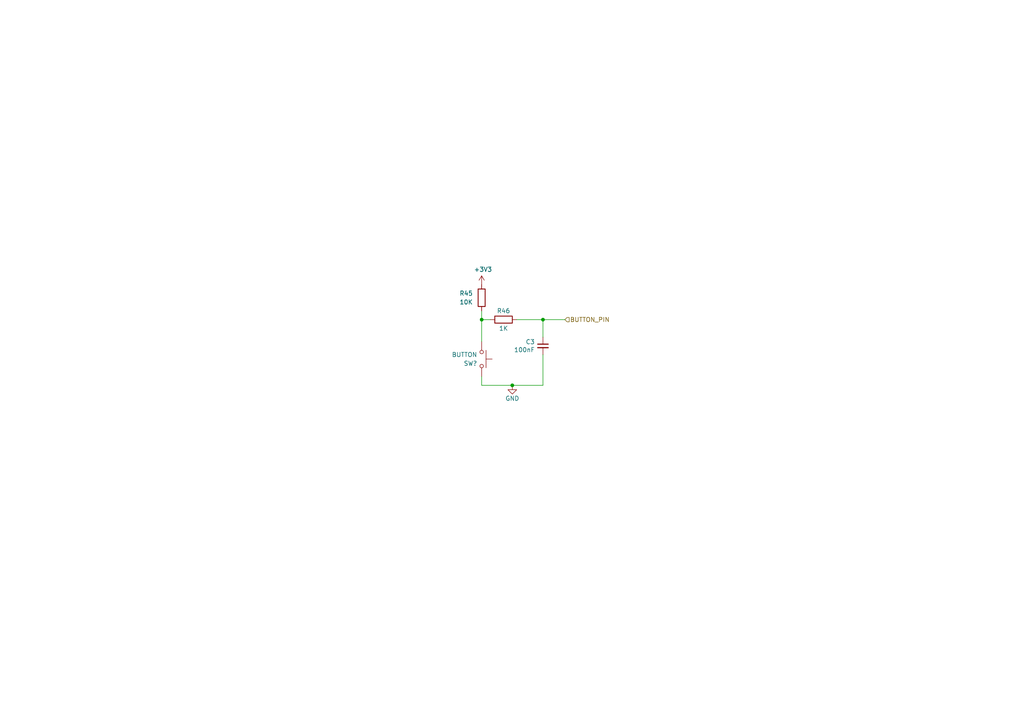
<source format=kicad_sch>
(kicad_sch (version 20231120) (generator "eeschema") (generator_version "8.0")
  (paper "A4")
  (title_block (title "KLST_TINY") (date "2021-05-01") (rev "0.2"))
  (lib_symbols
    (symbol "Device:C_Small" (pin_numbers hide) (pin_names (offset 0.254) hide)
      (property "Reference" "C" (at 0.254 1.778 0))
      (property "Value" "C_Small" (at 0.254 -2.032 0))
      (symbol "C_Small_0_1"
        (polyline (pts (xy -1.524 -0.508) (xy 1.524 -0.508)) (stroke (width 0.3302)))
        (polyline (pts (xy -1.524 0.508) (xy 1.524 0.508)) (stroke (width 0.3048)))
      )
      (symbol "C_Small_1_1"
        (pin passive line (at 0 2.54 270) (length 2.032) (name "~") (number "1"))
        (pin passive line (at 0 -2.54 90) (length 2.032) (name "~") (number "2"))
      )
    )
    (symbol "Device:R" (pin_numbers hide) (pin_names (offset 0))
      (property "Reference" "R" (at 2.032 0 90))
      (property "Value" "R" (at 0 0 90))
      (symbol "R_0_1"
        (rectangle (start -1.016 -2.54) (end 1.016 2.54) (stroke (width 0.254)))
      )
      (symbol "R_1_1"
        (pin passive line (at 0 3.81 270) (length 1.27) (name "~") (number "1"))
        (pin passive line (at 0 -3.81 90) (length 1.27) (name "~") (number "2"))
      )
    )
    (symbol "KLST_TINY-rescue:+3V3-power" (power) (pin_names (offset 0))
      (property "Value" "power_+3V3" (at 0 3.556 0))
      (symbol "+3V3-power_0_1"
        (polyline (pts (xy -0.762 1.27) (xy 0 2.54)))
        (polyline (pts (xy 0 0) (xy 0 2.54)))
        (polyline (pts (xy 0 2.54) (xy 0.762 1.27)))
      )
      (symbol "+3V3-power_1_1"
        (pin power_in line (at 0 0 90) (length 0) hide (name "+3V3") (number "1"))
      )
    )
    (symbol "KLST_TINY-rescue:GND-power" (power) (pin_names (offset 0))
      (property "Value" "power_GND" (at 0 -3.81 0))
      (symbol "GND-power_0_1"
        (polyline (pts (xy 0 0) (xy 0 -1.27) (xy 1.27 -1.27) (xy 0 -2.54) (xy -1.27 -1.27) (xy 0 -1.27)))
      )
      (symbol "GND-power_1_1"
        (pin power_in line (at 0 0 270) (length 0) hide (name "GND") (number "1"))
      )
    )
    (symbol "Switch:SW_Push" (pin_numbers hide) (pin_names (offset 1.016) hide)
      (property "Reference" "SW" (at 1.27 2.54 0))
      (property "Value" "SW_Push" (at 0 -1.524 0))
      (symbol "SW_Push_0_1"
        (circle (center -2.032 0) (radius 0.508))
        (polyline (pts (xy 0 1.27) (xy 0 3.048)))
        (polyline (pts (xy 2.54 1.27) (xy -2.54 1.27)))
        (circle (center 2.032 0) (radius 0.508))
        (pin passive line (at -5.08 0 0) (length 2.54) (name "1") (number "1"))
        (pin passive line (at 5.08 0 180) (length 2.54) (name "2") (number "2"))
      )
    )
  )
  (junction (at 139.7 92.71))
  (junction (at 157.48 92.71))
  (junction (at 148.59 111.76))
  (wire (pts (xy 139.7 111.76) (xy 148.59 111.76)))
  (wire (pts (xy 139.7 111.76) (xy 139.7 109.22)))
  (wire (pts (xy 139.7 90.17) (xy 139.7 92.71)))
  (wire (pts (xy 157.48 92.71) (xy 157.48 97.79)))
  (wire (pts (xy 148.59 111.76) (xy 157.48 111.76)))
  (wire (pts (xy 157.48 92.71) (xy 163.83 92.71)))
  (wire (pts (xy 157.48 102.87) (xy 157.48 111.76)))
  (wire (pts (xy 149.86 92.71) (xy 157.48 92.71)))
  (wire (pts (xy 139.7 92.71) (xy 139.7 99.06)))
  (wire (pts (xy 142.24 92.71) (xy 139.7 92.71)))
  (hierarchical_label "BUTTON_PIN" (shape input) (at 163.83 92.71 0))
  (symbol (lib_id "Switch:SW_Push") (at 139.7 104.14 270) (unit 1)
    (property "Reference" "SW?" (at 138.43 105.41 90) (effects (justify right)))
    (property "Value" "BUTTON" (at 138.43 102.87 90) (effects (justify right)))
    (property "Footprint" "Button_Switch_SMD:SW_Push_SPST_NO_Alps_SKRK" (effects (hide yes)))
    (property "MFR.Part #" "SKRKAEE020" (effects (hide yes)))
    (property "LCSC Part #" "C115357" (effects (hide yes)))
    (property "Extended Part" "x" (effects (hide yes)))
    (instances (project "" (path "" (reference "SW?") (unit 1)) (path "" (reference "SW6") (unit 1))))
  )
  (symbol (lib_id "KLST_TINY-rescue:GND-power") (at 148.59 111.76 0) (unit 1)
    (property "Reference" "#PWR074" (effects (hide yes)))
    (property "Value" "GND" (at 148.59 115.57 0))
    (instances (project "" (path "" (reference "#PWR074") (unit 1)) (path "" (reference "#PWR?") (unit 1)) (path "" (reference "#PWR?") (unit 1)) (path "" (reference "#PWR?") (unit 1))))
  )
  (symbol (lib_id "Device:R") (at 139.7 86.36 180) (unit 1)
    (property "Reference" "R45" (at 137.16 85.09 0) (effects (justify left)))
    (property "Value" "10K" (at 137.16 87.63 0) (effects (justify left)))
    (property "Footprint" "Resistor_SMD:R_0402_1005Metric" (effects (hide yes)))
    (property "MFR.Part #" "0402WGF1002TCE" (effects (hide yes)))
    (property "LCSC Part #" "C25744" (effects (hide yes)))
    (property "Extended Part" "-" (effects (hide yes)))
    (instances (project "" (path "" (reference "R45") (unit 1)) (path "" (reference "R?") (unit 1)) (path "" (reference "R?") (unit 1)) (path "" (reference "R?") (unit 1))))
  )
  (symbol (lib_id "Device:C_Small") (at 157.48 100.33 0) (mirror y) (unit 1)
    (property "Reference" "C3" (at 155.1432 99.1616 0) (effects (justify left)))
    (property "Value" "100nF" (at 155.1432 101.473 0) (effects (justify left)))
    (property "Footprint" "Capacitor_SMD:C_0402_1005Metric" (effects (hide yes)))
    (property "MFR.Part #" "CL05B104KO5NNNC" (effects (hide yes)))
    (property "LCSC Part #" "C1525" (effects (hide yes)))
    (property "Extended Part" "-" (effects (hide yes)))
    (instances (project "" (path "" (reference "C3") (unit 1)) (path "" (reference "C?") (unit 1)) (path "" (reference "C?") (unit 1)) (path "" (reference "C?") (unit 1))))
  )
  (symbol (lib_id "Device:R") (at 146.05 92.71 270) (unit 1)
    (property "Reference" "R46" (at 146.05 90.17 90))
    (property "Value" "1K" (at 146.05 95.25 90))
    (property "Footprint" "Resistor_SMD:R_0402_1005Metric" (effects (hide yes)))
    (property "MFR.Part #" "0402WGF1001TCE" (effects (hide yes)))
    (property "LCSC Part #" "C11702" (effects (hide yes)))
    (property "Extended Part" "-" (effects (hide yes)))
    (instances (project "" (path "" (reference "R46") (unit 1)) (path "" (reference "R?") (unit 1)) (path "" (reference "R?") (unit 1)) (path "" (reference "R?") (unit 1))))
  )
  (symbol (lib_id "KLST_TINY-rescue:+3V3-power") (at 139.7 82.55 0) (unit 1)
    (property "Reference" "#PWR?" (effects (hide yes)))
    (property "Value" "+3V3" (at 140.081 78.1558 0))
    (instances (project "" (path "" (reference "#PWR?") (unit 1)) (path "" (reference "#PWR073") (unit 1)) (path "" (reference "#PWR?") (unit 1)) (path "" (reference "#PWR?") (unit 1)) (path "" (reference "#PWR?") (unit 1))))
  )
)
</source>
